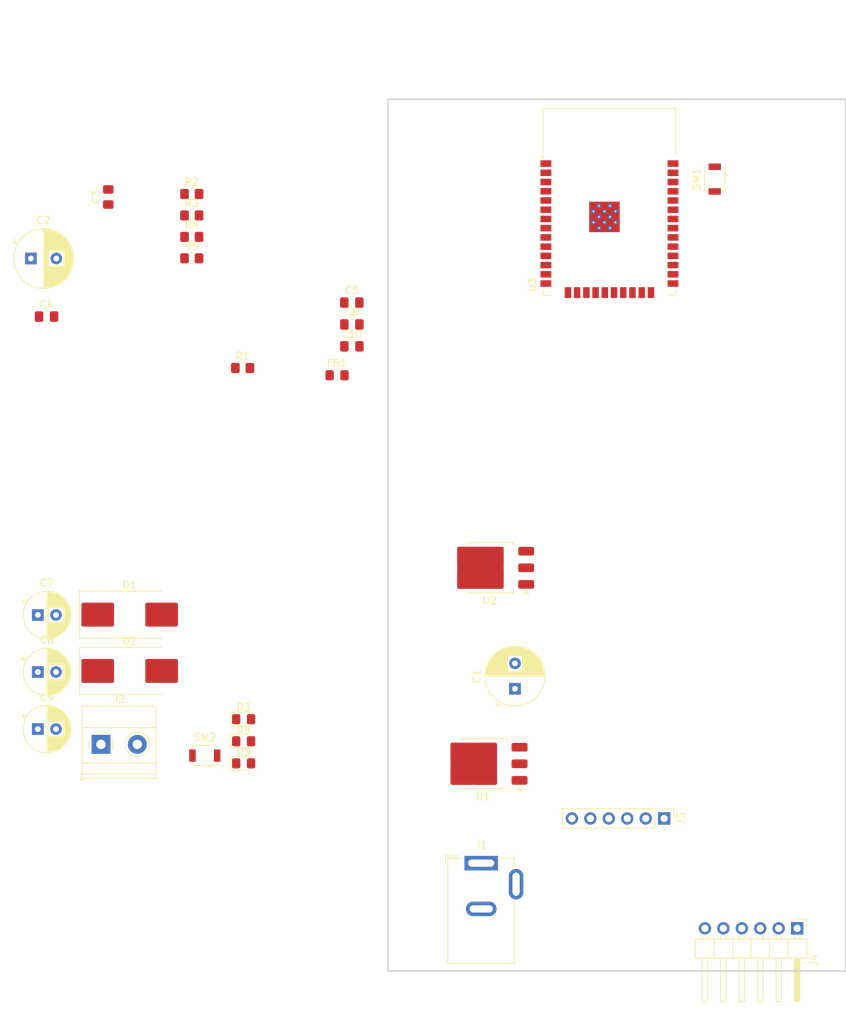
<source format=kicad_pcb>
(kicad_pcb (version 20240108) (generator "pcbnew") (generator_version "8.0")
  (layers (0 "F.Cu" signal) (31 "B.Cu" signal) (34 "B.Paste" user) (35 "F.Paste" user) (36 "B.SilkS" user "B.Silkscreen") (37 "F.SilkS" user "F.Silkscreen") (38 "B.Mask" user) (39 "F.Mask" user) (44 "Edge.Cuts" user))
  (net 0 "")
  (net 1 "GNDREF")
  (net 2 "+12V")
  (net 3 "+5V")
  (net 4 "+3.3V")
  (net 5 "Net-(U3-VDD)")
  (net 6 "Net-(D1-A)")
  (net 7 "Net-(D2-A)")
  (net 8 "Net-(D3-A)")
  (net 9 "Net-(D4-A)")
  (net 10 "Net-(D5-A)")
  (net 11 "/TXD2")
  (net 14 "/RXD2")
  (net 15 "/Rx")
  (net 16 "/En")
  (net 17 "/Tx")
  (net 18 "/Boot")
  (net 19 "Net-(U3-IO2)")
  (footprint "Connector_BarrelJack:BarrelJack_GCT_DCJ200-10-A_Horizontal" (layer "F.Cu") (at 153.35 130.15)
    (property "Reference" "J1" (at 0 -2.5 0) (layer "F.SilkS"))
    (property "Value" "12V DC")
    (pad "1" thru_hole rect (at 0 0) (size 4.6 2) (drill oval 3.6 1) (layers "*.Cu" "*.Mask") (net 6 "Net-(D1-A)"))
    (pad "2" thru_hole oval (at 0 6.3) (size 4.2 2) (drill oval 3.2 1) (layers "*.Cu" "*.Mask") (net 1 "GNDREF"))
    (pad "3" thru_hole oval (at 4.8 2.9) (size 2 4.2) (drill oval 1 3.2) (layers "*.Cu" "*.Mask"))
  )
  (footprint "Capacitor_SMD:C_0805_2012Metric_Pad1.18x1.45mm_HandSolder" (layer "F.Cu") (at 135.5375 59.02)
    (property "Reference" "C10" (at 0 -1.68 0) (layer "F.SilkS"))
    (property "Value" "0.1uF_0805")
    (pad "1" smd roundrect (at -1.0375 0) (size 1.175 1.45) (layers "F.Cu" "F.Paste" "F.Mask") (roundrect_rratio 0.212766) (net 5 "Net-(U3-VDD)"))
    (pad "2" smd roundrect (at 1.0375 0) (size 1.175 1.45) (layers "F.Cu" "F.Paste" "F.Mask") (roundrect_rratio 0.212766) (net 1 "GNDREF"))
  )
  (footprint "Diode_SMD:D_SMC_Handsoldering" (layer "F.Cu") (at 104.945 95.945)
    (property "Reference" "D1" (at 0 -4.1 0) (layer "F.SilkS"))
    (property "Value" "SS54")
    (pad "1" smd roundrect (at -4.4 0 90) (size 3.3 4.5) (layers "F.Cu" "F.Paste" "F.Mask") (roundrect_rratio 0.0757575758) (net 2 "+12V"))
    (pad "2" smd roundrect (at 4.4 0 90) (size 3.3 4.5) (layers "F.Cu" "F.Paste" "F.Mask") (roundrect_rratio 0.0757575758) (net 6 "Net-(D1-A)"))
  )
  (footprint "Inductor_SMD:L_0805_2012Metric_Pad1.15x1.40mm_HandSolder" (layer "F.Cu") (at 133.5 63)
    (property "Reference" "FB1" (at 0 -1.65 0) (layer "F.SilkS"))
    (property "Value" "FerriteBead")
    (pad "1" smd roundrect (at -1.025 0) (size 1.15 1.4) (layers "F.Cu" "F.Paste" "F.Mask") (roundrect_rratio 0.217391) (net 4 "+3.3V"))
    (pad "2" smd roundrect (at 1.025 0) (size 1.15 1.4) (layers "F.Cu" "F.Paste" "F.Mask") (roundrect_rratio 0.217391) (net 5 "Net-(U3-VDD)"))
  )
  (footprint "TerminalBlock_Phoenix:TerminalBlock_Phoenix_MKDS-1,5-2_1x02_P5.00mm_Horizontal" (layer "F.Cu") (at 101 113.805)
    (property "Reference" "J2" (at 2.5 -6.26 0) (layer "F.SilkS"))
    (property "Value" "5V DC")
    (pad "1" thru_hole rect (at 0 0) (size 2.6 2.6) (drill 1.3) (layers "*.Cu" "*.Mask") (net 7 "Net-(D2-A)"))
    (pad "2" thru_hole circle (at 5 0) (size 2.6 2.6) (drill 1.3) (layers "*.Cu" "*.Mask") (net 1 "GNDREF"))
  )
  (footprint "Resistor_SMD:R_0805_2012Metric_Pad1.20x1.40mm_HandSolder" (layer "F.Cu") (at 113.5 38.05)
    (property "Reference" "R2" (at 0 -1.65 0) (layer "F.SilkS"))
    (property "Value" "470_0805")
    (pad "1" smd roundrect (at -1 0) (size 1.2 1.4) (layers "F.Cu" "F.Paste" "F.Mask") (roundrect_rratio 0.208333) (net 4 "+3.3V"))
    (pad "2" smd roundrect (at 1 0) (size 1.2 1.4) (layers "F.Cu" "F.Paste" "F.Mask") (roundrect_rratio 0.208333) (net 9 "Net-(D4-A)"))
  )
  (footprint "RF_Module:ESP32-WROOM-32" (layer "F.Cu") (at 171 42.115)
    (property "Reference" "U3" (at -10.61 8.43 90) (layer "F.SilkS"))
    (property "Value" "ESP32-WROOM-32")
    (pad "1" smd rect (at -8.75 -8.25) (size 1.5 0.9) (layers "F.Cu" "F.Paste" "F.Mask") (net 1 "GNDREF"))
    (pad "2" smd rect (at -8.75 -6.98) (size 1.5 0.9) (layers "F.Cu" "F.Paste" "F.Mask") (net 5 "Net-(U3-VDD)"))
    (pad "3" smd rect (at -8.75 -5.71) (size 1.5 0.9) (layers "F.Cu" "F.Paste" "F.Mask") (net 16 "/En"))
    (pad "4" smd rect (at -8.75 -4.44) (size 1.5 0.9) (layers "F.Cu" "F.Paste" "F.Mask"))
    (pad "5" smd rect (at -8.75 -3.17) (size 1.5 0.9) (layers "F.Cu" "F.Paste" "F.Mask"))
    (pad "6" smd rect (at -8.75 -1.9) (size 1.5 0.9) (layers "F.Cu" "F.Paste" "F.Mask"))
    (pad "7" smd rect (at -8.75 -0.63) (size 1.5 0.9) (layers "F.Cu" "F.Paste" "F.Mask"))
    (pad "8" smd rect (at -8.75 0.64) (size 1.5 0.9) (layers "F.Cu" "F.Paste" "F.Mask"))
    (pad "9" smd rect (at -8.75 1.91) (size 1.5 0.9) (layers "F.Cu" "F.Paste" "F.Mask"))
    (pad "10" smd rect (at -8.75 3.18) (size 1.5 0.9) (layers "F.Cu" "F.Paste" "F.Mask"))
    (pad "11" smd rect (at -8.75 4.45) (size 1.5 0.9) (layers "F.Cu" "F.Paste" "F.Mask"))
    (pad "12" smd rect (at -8.75 5.72) (size 1.5 0.9) (layers "F.Cu" "F.Paste" "F.Mask"))
    (pad "13" smd rect (at -8.75 6.99) (size 1.5 0.9) (layers "F.Cu" "F.Paste" "F.Mask"))
    (pad "14" smd rect (at -8.75 8.26) (size 1.5 0.9) (layers "F.Cu" "F.Paste" "F.Mask"))
    (pad "15" smd rect (at -5.71 9.51 90) (size 1.5 0.9) (layers "F.Cu" "F.Paste" "F.Mask") (net 1 "GNDREF"))
    (pad "16" smd rect (at -4.44 9.51 90) (size 1.5 0.9) (layers "F.Cu" "F.Paste" "F.Mask"))
    (pad "17" smd rect (at -3.17 9.51 90) (size 1.5 0.9) (layers "F.Cu" "F.Paste" "F.Mask"))
    (pad "18" smd rect (at -1.9 9.51 90) (size 1.5 0.9) (layers "F.Cu" "F.Paste" "F.Mask"))
    (pad "19" smd rect (at -0.63 9.51 90) (size 1.5 0.9) (layers "F.Cu" "F.Paste" "F.Mask"))
    (pad "20" smd rect (at 0.64 9.51 90) (size 1.5 0.9) (layers "F.Cu" "F.Paste" "F.Mask"))
    (pad "21" smd rect (at 1.91 9.51 90) (size 1.5 0.9) (layers "F.Cu" "F.Paste" "F.Mask"))
    (pad "22" smd rect (at 3.18 9.51 90) (size 1.5 0.9) (layers "F.Cu" "F.Paste" "F.Mask"))
    (pad "23" smd rect (at 4.45 9.51 90) (size 1.5 0.9) (layers "F.Cu" "F.Paste" "F.Mask"))
    (pad "24" smd rect (at 5.72 9.51 90) (size 1.5 0.9) (layers "F.Cu" "F.Paste" "F.Mask") (net 19 "Net-(U3-IO2)"))
    (pad "25" smd rect (at 8.75 8.26) (size 1.5 0.9) (layers "F.Cu" "F.Paste" "F.Mask") (net 18 "/Boot"))
    (pad "26" smd rect (at 8.75 6.99) (size 1.5 0.9) (layers "F.Cu" "F.Paste" "F.Mask"))
    (pad "27" smd rect (at 8.75 5.72) (size 1.5 0.9) (layers "F.Cu" "F.Paste" "F.Mask") (net 14 "/RXD2"))
    (pad "28" smd rect (at 8.75 4.45) (size 1.5 0.9) (layers "F.Cu" "F.Paste" "F.Mask") (net 11 "/TXD2"))
    (pad "29" smd rect (at 8.75 3.18) (size 1.5 0.9) (layers "F.Cu" "F.Paste" "F.Mask"))
    (pad "30" smd rect (at 8.75 1.91) (size 1.5 0.9) (layers "F.Cu" "F.Paste" "F.Mask"))
    (pad "31" smd rect (at 8.75 0.64) (size 1.5 0.9) (layers "F.Cu" "F.Paste" "F.Mask"))
    (pad "32" smd rect (at 8.75 -0.63) (size 1.5 0.9) (layers "F.Cu" "F.Paste" "F.Mask"))
    (pad "33" smd rect (at 8.75 -1.9) (size 1.5 0.9) (layers "F.Cu" "F.Paste" "F.Mask"))
    (pad "34" smd rect (at 8.75 -3.17) (size 1.5 0.9) (layers "F.Cu" "F.Paste" "F.Mask") (net 15 "/Rx"))
    (pad "35" smd rect (at 8.75 -4.44) (size 1.5 0.9) (layers "F.Cu" "F.Paste" "F.Mask") (net 17 "/Tx"))
    (pad "36" smd rect (at 8.75 -5.71) (size 1.5 0.9) (layers "F.Cu" "F.Paste" "F.Mask"))
    (pad "37" smd rect (at 8.75 -6.98) (size 1.5 0.9) (layers "F.Cu" "F.Paste" "F.Mask"))
    (pad "38" smd rect (at 8.75 -8.25) (size 1.5 0.9) (layers "F.Cu" "F.Paste" "F.Mask") (net 1 "GNDREF"))
    (pad "39" smd rect (at -2.205 -2.435) (size 1.05 1.05) (layers "F.Cu" "F.Paste") (net 1 "GNDREF"))
    (pad "39" thru_hole circle (at -2.205 -1.6725) (size 0.6 0.6) (drill 0.2) (property pad_prop_heatsink) (layers "*.Cu" "F.Mask") (net 1 "GNDREF"))
    (pad "39" smd rect (at -2.205 -0.91) (size 1.05 1.05) (layers "F.Cu" "F.Paste") (net 1 "GNDREF"))
    (pad "39" thru_hole circle (at -2.205 -0.1475) (size 0.6 0.6) (drill 0.2) (property pad_prop_heatsink) (layers "*.Cu" "F.Mask") (net 1 "GNDREF"))
    (pad "39" smd rect (at -2.205 0.615) (size 1.05 1.05) (layers "F.Cu" "F.Paste") (net 1 "GNDREF"))
    (pad "39" thru_hole circle (at -1.4425 -2.435) (size 0.6 0.6) (drill 0.2) (property pad_prop_heatsink) (layers "*.Cu" "F.Mask") (net 1 "GNDREF"))
    (pad "39" thru_hole circle (at -1.4425 -0.91) (size 0.6 0.6) (drill 0.2) (property pad_prop_heatsink) (layers "*.Cu" "F.Mask") (net 1 "GNDREF"))
    (pad "39" thru_hole circle (at -1.4425 0.615) (size 0.6 0.6) (drill 0.2) (property pad_prop_heatsink) (layers "*.Cu" "F.Mask") (net 1 "GNDREF"))
    (pad "39" smd rect (at -0.68 -2.435) (size 1.05 1.05) (layers "F.Cu" "F.Paste") (net 1 "GNDREF"))
    (pad "39" thru_hole circle (at -0.68 -1.6725) (size 0.6 0.6) (drill 0.2) (property pad_prop_heatsink) (layers "*.Cu" "F.Mask") (net 1 "GNDREF"))
    (pad "39" smd rect (at -0.68 -0.91) (size 1.05 1.05) (layers "F.Cu" "F.Paste") (net 1 "GNDREF"))
    (pad "39" smd rect (at -0.68 -0.91) (size 4.2 4.2) (property pad_prop_heatsink) (layers "F.Cu" "F.Mask") (net 1 "GNDREF"))
    (pad "39" thru_hole circle (at -0.68 -0.1475) (size 0.6 0.6) (drill 0.2) (property pad_prop_heatsink) (layers "*.Cu" "F.Mask") (net 1 "GNDREF"))
    (pad "39" smd rect (at -0.68 0.615) (size 1.05 1.05) (layers "F.Cu" "F.Paste") (net 1 "GNDREF"))
    (pad "39" thru_hole circle (at 0.0825 -2.435) (size 0.6 0.6) (drill 0.2) (property pad_prop_heatsink) (layers "*.Cu" "F.Mask") (net 1 "GNDREF"))
    (pad "39" thru_hole circle (at 0.0825 -0.91) (size 0.6 0.6) (drill 0.2) (property pad_prop_heatsink) (layers "*.Cu" "F.Mask") (net 1 "GNDREF"))
    (pad "39" thru_hole circle (at 0.0825 0.615) (size 0.6 0.6) (drill 0.2) (property pad_prop_heatsink) (layers "*.Cu" "F.Mask") (net 1 "GNDREF"))
    (pad "39" smd rect (at 0.845 -2.435) (size 1.05 1.05) (layers "F.Cu" "F.Paste") (net 1 "GNDREF"))
    (pad "39" thru_hole circle (at 0.845 -1.6725) (size 0.6 0.6) (drill 0.2) (property pad_prop_heatsink) (layers "*.Cu" "F.Mask") (net 1 "GNDREF"))
    (pad "39" smd rect (at 0.845 -0.91) (size 1.05 1.05) (layers "F.Cu" "F.Paste") (net 1 "GNDREF"))
    (pad "39" thru_hole circle (at 0.845 -0.1475) (size 0.6 0.6) (drill 0.2) (property pad_prop_heatsink) (layers "*.Cu" "F.Mask") (net 1 "GNDREF"))
    (pad "39" smd rect (at 0.845 0.615) (size 1.05 1.05) (layers "F.Cu" "F.Paste") (net 1 "GNDREF"))
  )
  (footprint "Capacitor_THT:CP_Radial_D6.3mm_P2.50mm" (layer "F.Cu") (at 92.305241 111.695)
    (property "Reference" "C9" (at 1.25 -4.4 0) (layer "F.SilkS"))
    (property "Value" "10uF")
    (pad "1" thru_hole rect (at 0 0) (size 1.6 1.6) (drill 0.8) (layers "*.Cu" "*.Mask") (net 5 "Net-(U3-VDD)"))
    (pad "2" thru_hole circle (at 2.5 0) (size 1.6 1.6) (drill 0.8) (layers "*.Cu" "*.Mask") (net 1 "GNDREF"))
  )
  (footprint "Resistor_SMD:R_0805_2012Metric_Pad1.20x1.40mm_HandSolder" (layer "F.Cu") (at 120.5 62)
    (property "Reference" "R1" (at 0 -1.65 0) (layer "F.SilkS"))
    (property "Value" "470_0805")
    (pad "1" smd roundrect (at -1 0) (size 1.2 1.4) (layers "F.Cu" "F.Paste" "F.Mask") (roundrect_rratio 0.208333) (net 3 "+5V"))
    (pad "2" smd roundrect (at 1 0) (size 1.2 1.4) (layers "F.Cu" "F.Paste" "F.Mask") (roundrect_rratio 0.208333) (net 8 "Net-(D3-A)"))
  )
  (footprint "Connector_PinHeader_2.54mm:PinHeader_1x06_P2.54mm_Vertical" (layer "F.Cu") (at 178.54 124 -90)
    (property "Reference" "J3" (at 0 -2.33 90) (layer "F.SilkS"))
    (property "Value" "DWIN interface")
    (pad "1" thru_hole rect (at 0 0 270) (size 1.7 1.7) (drill 1) (layers "*.Cu" "*.Mask") (net 3 "+5V"))
    (pad "2" thru_hole oval (at 0 2.54 270) (size 1.7 1.7) (drill 1) (layers "*.Cu" "*.Mask"))
    (pad "3" thru_hole oval (at 0 5.08 270) (size 1.7 1.7) (drill 1) (layers "*.Cu" "*.Mask") (net 11 "/TXD2"))
    (pad "4" thru_hole oval (at 0 7.62 270) (size 1.7 1.7) (drill 1) (layers "*.Cu" "*.Mask") (net 14 "/RXD2"))
    (pad "5" thru_hole oval (at 0 10.16 270) (size 1.7 1.7) (drill 1) (layers "*.Cu" "*.Mask"))
    (pad "6" thru_hole oval (at 0 12.7 270) (size 1.7 1.7) (drill 1) (layers "*.Cu" "*.Mask") (net 1 "GNDREF"))
  )
  (footprint "Capacitor_SMD:C_0805_2012Metric_Pad1.18x1.45mm_HandSolder" (layer "F.Cu") (at 135.5375 56.01)
    (property "Reference" "C6" (at 0 -1.68 0) (layer "F.SilkS"))
    (property "Value" "0.1uF_0805")
    (pad "1" smd roundrect (at -1.0375 0) (size 1.175 1.45) (layers "F.Cu" "F.Paste" "F.Mask") (roundrect_rratio 0.212766) (net 4 "+3.3V"))
    (pad "2" smd roundrect (at 1.0375 0) (size 1.175 1.45) (layers "F.Cu" "F.Paste" "F.Mask") (roundrect_rratio 0.212766) (net 1 "GNDREF"))
  )
  (footprint "Capacitor_THT:CP_Radial_D8.0mm_P3.50mm" (layer "F.Cu") (at 158 106.152651 90)
    (property "Reference" "C1" (at 1.75 -5.25 90) (layer "F.SilkS"))
    (property "Value" "100uF/63V_THT")
    (pad "1" thru_hole rect (at 0 0 90) (size 1.6 1.6) (drill 0.8) (layers "*.Cu" "*.Mask") (net 2 "+12V"))
    (pad "2" thru_hole circle (at 3.5 0 90) (size 1.6 1.6) (drill 0.8) (layers "*.Cu" "*.Mask") (net 1 "GNDREF"))
  )
  (footprint "Resistor_SMD:R_0805_2012Metric_Pad1.20x1.40mm_HandSolder" (layer "F.Cu") (at 113.5 46.9)
    (property "Reference" "R5" (at 0 -1.65 0) (layer "F.SilkS"))
    (property "Value" "470_0805")
    (pad "1" smd roundrect (at -1 0) (size 1.2 1.4) (layers "F.Cu" "F.Paste" "F.Mask") (roundrect_rratio 0.208333) (net 10 "Net-(D5-A)"))
    (pad "2" smd roundrect (at 1 0) (size 1.2 1.4) (layers "F.Cu" "F.Paste" "F.Mask") (roundrect_rratio 0.208333) (net 19 "Net-(U3-IO2)"))
  )
  (footprint "Connector_PinHeader_2.54mm:PinHeader_1x06_P2.54mm_Horizontal" (layer "F.Cu") (at 196.85 139.125 -90)
    (property "Reference" "J4" (at 4.385 -2.27 90) (layer "F.SilkS"))
    (property "Value" "Programming Interface")
    (pad "1" thru_hole rect (at 0 0 270) (size 1.7 1.7) (drill 1) (layers "*.Cu" "*.Mask") (net 18 "/Boot"))
    (pad "2" thru_hole oval (at 0 2.54 270) (size 1.7 1.7) (drill 1) (layers "*.Cu" "*.Mask") (net 15 "/Rx"))
    (pad "3" thru_hole oval (at 0 5.08 270) (size 1.7 1.7) (drill 1) (layers "*.Cu" "*.Mask") (net 17 "/Tx"))
    (pad "4" thru_hole oval (at 0 7.62 270) (size 1.7 1.7) (drill 1) (layers "*.Cu" "*.Mask") (net 16 "/En"))
    (pad "5" thru_hole oval (at 0 10.16 270) (size 1.7 1.7) (drill 1) (layers "*.Cu" "*.Mask") (net 4 "+3.3V"))
    (pad "6" thru_hole oval (at 0 12.7 270) (size 1.7 1.7) (drill 1) (layers "*.Cu" "*.Mask") (net 1 "GNDREF"))
  )
  (footprint "LED_SMD:LED_0805_2012Metric_Pad1.15x1.40mm_HandSolder" (layer "F.Cu") (at 120.635 116.42)
    (property "Reference" "D5" (at 0 -1.65 0) (layer "F.SilkS"))
    (property "Value" "Red_0805")
    (pad "1" smd roundrect (at -1.025 0) (size 1.15 1.4) (layers "F.Cu" "F.Paste" "F.Mask") (roundrect_rratio 0.217391) (net 1 "GNDREF"))
    (pad "2" smd roundrect (at 1.025 0) (size 1.15 1.4) (layers "F.Cu" "F.Paste" "F.Mask") (roundrect_rratio 0.217391) (net 10 "Net-(D5-A)"))
  )
  (footprint "Diode_SMD:D_SMC_Handsoldering" (layer "F.Cu") (at 104.945 103.695)
    (property "Reference" "D2" (at 0 -4.1 0) (layer "F.SilkS"))
    (property "Value" "SS54")
    (pad "1" smd roundrect (at -4.4 0 90) (size 3.3 4.5) (layers "F.Cu" "F.Paste" "F.Mask") (roundrect_rratio 0.0757575758) (net 3 "+5V"))
    (pad "2" smd roundrect (at 4.4 0 90) (size 3.3 4.5) (layers "F.Cu" "F.Paste" "F.Mask") (roundrect_rratio 0.0757575758) (net 7 "Net-(D2-A)"))
  )
  (footprint "Package_TO_SOT_SMD:TO-252-3_TabPin2" (layer "F.Cu") (at 153.585 116.475 180)
    (property "Reference" "U1" (at 0 -4.5 360) (layer "F.SilkS"))
    (property "Value" "LM1117MP-5")
    (pad "1" smd roundrect (at -5.04 -2.28 180) (size 2.2 1.2) (layers "F.Cu" "F.Paste" "F.Mask") (roundrect_rratio 0.208333) (net 1 "GNDREF"))
    (pad "2" smd roundrect (at -5.04 0 180) (size 2.2 1.2) (layers "F.Cu" "F.Paste" "F.Mask") (roundrect_rratio 0.208333) (net 3 "+5V"))
    (pad "2" smd roundrect (at -0.415 -1.525 180) (size 3.05 2.75) (layers "F.Cu" "F.Paste") (roundrect_rratio 0.090909) (net 3 "+5V"))
    (pad "2" smd roundrect (at -0.415 1.525 180) (size 3.05 2.75) (layers "F.Cu" "F.Paste") (roundrect_rratio 0.090909) (net 3 "+5V"))
    (pad "2" smd roundrect (at 1.26 0 180) (size 6.4 5.8) (layers "F.Cu" "F.Mask") (roundrect_rratio 0.043103) (net 3 "+5V"))
    (pad "2" smd roundrect (at 2.935 -1.525 180) (size 3.05 2.75) (layers "F.Cu" "F.Paste") (roundrect_rratio 0.090909) (net 3 "+5V"))
    (pad "2" smd roundrect (at 2.935 1.525 180) (size 3.05 2.75) (layers "F.Cu" "F.Paste") (roundrect_rratio 0.090909) (net 3 "+5V"))
    (pad "3" smd roundrect (at -5.04 2.28 180) (size 2.2 1.2) (layers "F.Cu" "F.Paste" "F.Mask") (roundrect_rratio 0.208333) (net 2 "+12V"))
  )
  (footprint "Capacitor_THT:CP_Radial_D8.0mm_P3.50mm" (layer "F.Cu") (at 91.347349 46.925)
    (property "Reference" "C2" (at 1.75 -5.25 360) (layer "F.SilkS"))
    (property "Value" "100uF/25V_THT")
    (pad "1" thru_hole rect (at 0 0) (size 1.6 1.6) (drill 0.8) (layers "*.Cu" "*.Mask") (net 3 "+5V"))
    (pad "2" thru_hole circle (at 3.5 0) (size 1.6 1.6) (drill 0.8) (layers "*.Cu" "*.Mask") (net 1 "GNDREF"))
  )
  (footprint "Button_Switch_SMD:SW_SPST_B3U-1000P-B" (layer "F.Cu") (at 115.29 115.345)
    (property "Reference" "SW2" (at 0 -2.5 0) (layer "F.SilkS"))
    (property "Value" "SW_Push")
    (pad "" np_thru_hole circle (at 0 0) (size 0.8 0.8) (drill 0.8) (layers "*.Cu" "*.Mask"))
    (pad "1" smd rect (at -1.7 0) (size 0.9 1.7) (layers "F.Cu" "F.Paste" "F.Mask") (net 18 "/Boot"))
    (pad "2" smd rect (at 1.7 0) (size 0.9 1.7) (layers "F.Cu" "F.Paste" "F.Mask") (net 1 "GNDREF"))
  )
  (footprint "Resistor_SMD:R_0805_2012Metric_Pad1.20x1.40mm_HandSolder" (layer "F.Cu") (at 113.5 41)
    (property "Reference" "R3" (at 0 -1.65 0) (layer "F.SilkS"))
    (property "Value" "10K_0805")
    (pad "1" smd roundrect (at -1 0) (size 1.2 1.4) (layers "F.Cu" "F.Paste" "F.Mask") (roundrect_rratio 0.208333) (net 5 "Net-(U3-VDD)"))
    (pad "2" smd roundrect (at 1 0) (size 1.2 1.4) (layers "F.Cu" "F.Paste" "F.Mask") (roundrect_rratio 0.208333) (net 16 "/En"))
  )
  (footprint "Resistor_SMD:R_0805_2012Metric_Pad1.20x1.40mm_HandSolder" (layer "F.Cu") (at 113.5 43.95)
    (property "Reference" "R4" (at 0 -1.65 0) (layer "F.SilkS"))
    (property "Value" "10K_0805")
    (pad "1" smd roundrect (at -1 0) (size 1.2 1.4) (layers "F.Cu" "F.Paste" "F.Mask") (roundrect_rratio 0.208333) (net 5 "Net-(U3-VDD)"))
    (pad "2" smd roundrect (at 1 0) (size 1.2 1.4) (layers "F.Cu" "F.Paste" "F.Mask") (roundrect_rratio 0.208333) (net 18 "/Boot"))
  )
  (footprint "Capacitor_THT:CP_Radial_D6.3mm_P2.50mm" (layer "F.Cu") (at 92.305241 95.995)
    (property "Reference" "C7" (at 1.25 -4.4 0) (layer "F.SilkS"))
    (property "Value" "10uF/25V_THT")
    (pad "1" thru_hole rect (at 0 0) (size 1.6 1.6) (drill 0.8) (layers "*.Cu" "*.Mask") (net 3 "+5V"))
    (pad "2" thru_hole circle (at 2.5 0) (size 1.6 1.6) (drill 0.8) (layers "*.Cu" "*.Mask") (net 1 "GNDREF"))
  )
  (footprint "Capacitor_THT:CP_Radial_D6.3mm_P2.50mm" (layer "F.Cu") (at 92.305241 103.845)
    (property "Reference" "C8" (at 1.25 -4.4 0) (layer "F.SilkS"))
    (property "Value" "10uF/25V_THT")
    (pad "1" thru_hole rect (at 0 0) (size 1.6 1.6) (drill 0.8) (layers "*.Cu" "*.Mask") (net 4 "+3.3V"))
    (pad "2" thru_hole circle (at 2.5 0) (size 1.6 1.6) (drill 0.8) (layers "*.Cu" "*.Mask") (net 1 "GNDREF"))
  )
  (footprint "Package_TO_SOT_SMD:TO-252-3_TabPin2" (layer "F.Cu") (at 154.5 89.5 180)
    (property "Reference" "U2" (at 0 -4.5 360) (layer "F.SilkS"))
    (property "Value" "LM1117MP-3.3")
    (pad "1" smd roundrect (at -5.04 -2.28 180) (size 2.2 1.2) (layers "F.Cu" "F.Paste" "F.Mask") (roundrect_rratio 0.208333) (net 1 "GNDREF"))
    (pad "2" smd roundrect (at -5.04 0 180) (size 2.2 1.2) (layers "F.Cu" "F.Paste" "F.Mask") (roundrect_rratio 0.208333) (net 4 "+3.3V"))
    (pad "2" smd roundrect (at -0.415 -1.525 180) (size 3.05 2.75) (layers "F.Cu" "F.Paste") (roundrect_rratio 0.090909) (net 4 "+3.3V"))
    (pad "2" smd roundrect (at -0.415 1.525 180) (size 3.05 2.75) (layers "F.Cu" "F.Paste") (roundrect_rratio 0.090909) (net 4 "+3.3V"))
    (pad "2" smd roundrect (at 1.26 0 180) (size 6.4 5.8) (layers "F.Cu" "F.Mask") (roundrect_rratio 0.043103) (net 4 "+3.3V"))
    (pad "2" smd roundrect (at 2.935 -1.525 180) (size 3.05 2.75) (layers "F.Cu" "F.Paste") (roundrect_rratio 0.090909) (net 4 "+3.3V"))
    (pad "2" smd roundrect (at 2.935 1.525 180) (size 3.05 2.75) (layers "F.Cu" "F.Paste") (roundrect_rratio 0.090909) (net 4 "+3.3V"))
    (pad "3" smd roundrect (at -5.04 2.28 180) (size 2.2 1.2) (layers "F.Cu" "F.Paste" "F.Mask") (roundrect_rratio 0.208333) (net 3 "+5V"))
  )
  (footprint "Button_Switch_SMD:SW_SPST_B3U-1000P-B" (layer "F.Cu") (at 185.5 36 90)
    (property "Reference" "SW1" (at 0 -2.5 90) (layer "F.SilkS"))
    (property "Value" "SW_Push")
    (pad "" np_thru_hole circle (at 0 0 90) (size 0.8 0.8) (drill 0.8) (layers "*.Cu" "*.Mask"))
    (pad "1" smd rect (at -1.7 0 90) (size 0.9 1.7) (layers "F.Cu" "F.Paste" "F.Mask") (net 1 "GNDREF"))
    (pad "2" smd rect (at 1.7 0 90) (size 0.9 1.7) (layers "F.Cu" "F.Paste" "F.Mask") (net 16 "/En"))
  )
  (footprint "Capacitor_SMD:C_0805_2012Metric_Pad1.18x1.45mm_HandSolder" (layer "F.Cu") (at 93.5 54.925)
    (property "Reference" "C4" (at 0 -1.68 0) (layer "F.SilkS"))
    (property "Value" "0.1uF_0805")
    (pad "1" smd roundrect (at -1.0375 0) (size 1.175 1.45) (layers "F.Cu" "F.Paste" "F.Mask") (roundrect_rratio 0.212766) (net 3 "+5V"))
    (pad "2" smd roundrect (at 1.0375 0) (size 1.175 1.45) (layers "F.Cu" "F.Paste" "F.Mask") (roundrect_rratio 0.212766) (net 1 "GNDREF"))
  )
  (footprint "LED_SMD:LED_0805_2012Metric_Pad1.15x1.40mm_HandSolder" (layer "F.Cu") (at 120.635 113.38)
    (property "Reference" "D4" (at 0 -1.65 0) (layer "F.SilkS"))
    (property "Value" "Red_0805")
    (pad "1" smd roundrect (at -1.025 0) (size 1.15 1.4) (layers "F.Cu" "F.Paste" "F.Mask") (roundrect_rratio 0.217391) (net 1 "GNDREF"))
    (pad "2" smd roundrect (at 1.025 0) (size 1.15 1.4) (layers "F.Cu" "F.Paste" "F.Mask") (roundrect_rratio 0.217391) (net 9 "Net-(D4-A)"))
  )
  (footprint "LED_SMD:LED_0805_2012Metric_Pad1.15x1.40mm_HandSolder" (layer "F.Cu") (at 120.635 110.34)
    (property "Reference" "D3" (at 0 -1.65 0) (layer "F.SilkS"))
    (property "Value" "Red_0805")
    (pad "1" smd roundrect (at -1.025 0) (size 1.15 1.4) (layers "F.Cu" "F.Paste" "F.Mask") (roundrect_rratio 0.217391) (net 1 "GNDREF"))
    (pad "2" smd roundrect (at 1.025 0) (size 1.15 1.4) (layers "F.Cu" "F.Paste" "F.Mask") (roundrect_rratio 0.217391) (net 8 "Net-(D3-A)"))
  )
  (footprint "Capacitor_SMD:C_0805_2012Metric_Pad1.18x1.45mm_HandSolder" (layer "F.Cu") (at 135.5375 53)
    (property "Reference" "C5" (at 0 -1.68 0) (layer "F.SilkS"))
    (property "Value" "0.1uF_0805")
    (pad "1" smd roundrect (at -1.0375 0) (size 1.175 1.45) (layers "F.Cu" "F.Paste" "F.Mask") (roundrect_rratio 0.212766) (net 3 "+5V"))
    (pad "2" smd roundrect (at 1.0375 0) (size 1.175 1.45) (layers "F.Cu" "F.Paste" "F.Mask") (roundrect_rratio 0.212766) (net 1 "GNDREF"))
  )
  (footprint "Capacitor_SMD:C_0805_2012Metric_Pad1.18x1.45mm_HandSolder" (layer "F.Cu") (at 102 38.4625 90)
    (property "Reference" "C3" (at 0 -1.68 90) (layer "F.SilkS"))
    (property "Value" "0.1uF_0805")
    (pad "1" smd roundrect (at -1.0375 0 90) (size 1.175 1.45) (layers "F.Cu" "F.Paste" "F.Mask") (roundrect_rratio 0.212766) (net 2 "+12V"))
    (pad "2" smd roundrect (at 1.0375 0 90) (size 1.175 1.45) (layers "F.Cu" "F.Paste" "F.Mask") (roundrect_rratio 0.212766) (net 1 "GNDREF"))
  )
  (gr_rect (start 140.5 25) (end 203.5 145) (stroke (width 0.2)) (fill none) (layer "Edge.Cuts"))
)
</source>
